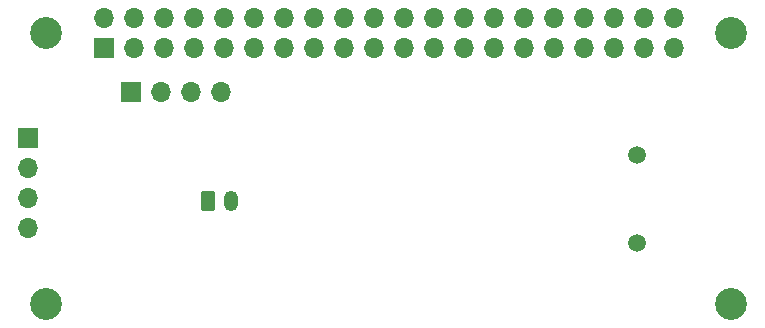
<source format=gbs>
G04 #@! TF.GenerationSoftware,KiCad,Pcbnew,7.0.7*
G04 #@! TF.CreationDate,2023-12-10T12:53:02-04:00*
G04 #@! TF.ProjectId,pi zero hat,7069207a-6572-46f2-9068-61742e6b6963,rev?*
G04 #@! TF.SameCoordinates,Original*
G04 #@! TF.FileFunction,Soldermask,Bot*
G04 #@! TF.FilePolarity,Negative*
%FSLAX46Y46*%
G04 Gerber Fmt 4.6, Leading zero omitted, Abs format (unit mm)*
G04 Created by KiCad (PCBNEW 7.0.7) date 2023-12-10 12:53:02*
%MOMM*%
%LPD*%
G01*
G04 APERTURE LIST*
G04 Aperture macros list*
%AMRoundRect*
0 Rectangle with rounded corners*
0 $1 Rounding radius*
0 $2 $3 $4 $5 $6 $7 $8 $9 X,Y pos of 4 corners*
0 Add a 4 corners polygon primitive as box body*
4,1,4,$2,$3,$4,$5,$6,$7,$8,$9,$2,$3,0*
0 Add four circle primitives for the rounded corners*
1,1,$1+$1,$2,$3*
1,1,$1+$1,$4,$5*
1,1,$1+$1,$6,$7*
1,1,$1+$1,$8,$9*
0 Add four rect primitives between the rounded corners*
20,1,$1+$1,$2,$3,$4,$5,0*
20,1,$1+$1,$4,$5,$6,$7,0*
20,1,$1+$1,$6,$7,$8,$9,0*
20,1,$1+$1,$8,$9,$2,$3,0*%
G04 Aperture macros list end*
%ADD10C,2.700000*%
%ADD11RoundRect,0.250000X-0.350000X-0.625000X0.350000X-0.625000X0.350000X0.625000X-0.350000X0.625000X0*%
%ADD12O,1.200000X1.750000*%
%ADD13C,1.500000*%
%ADD14R,1.700000X1.700000*%
%ADD15O,1.700000X1.700000*%
G04 APERTURE END LIST*
D10*
X161500000Y-96500000D03*
X161500000Y-73500000D03*
X103500000Y-73500000D03*
X103500000Y-96500000D03*
D11*
X117200000Y-87750000D03*
D12*
X119200000Y-87750000D03*
D13*
X153500000Y-91350000D03*
X153500000Y-83850000D03*
D14*
X108370000Y-74770000D03*
D15*
X108370000Y-72230000D03*
X110910000Y-74770000D03*
X110910000Y-72230000D03*
X113450000Y-74770000D03*
X113450000Y-72230000D03*
X115990000Y-74770000D03*
X115990000Y-72230000D03*
X118530000Y-74770000D03*
X118530000Y-72230000D03*
X121070000Y-74770000D03*
X121070000Y-72230000D03*
X123610000Y-74770000D03*
X123610000Y-72230000D03*
X126150000Y-74770000D03*
X126150000Y-72230000D03*
X128690000Y-74770000D03*
X128690000Y-72230000D03*
X131230000Y-74770000D03*
X131230000Y-72230000D03*
X133770000Y-74770000D03*
X133770000Y-72230000D03*
X136310000Y-74770000D03*
X136310000Y-72230000D03*
X138850000Y-74770000D03*
X138850000Y-72230000D03*
X141390000Y-74770000D03*
X141390000Y-72230000D03*
X143930000Y-74770000D03*
X143930000Y-72230000D03*
X146470000Y-74770000D03*
X146470000Y-72230000D03*
X149010000Y-74770000D03*
X149010000Y-72230000D03*
X151550000Y-74770000D03*
X151550000Y-72230000D03*
X154090000Y-74770000D03*
X154090000Y-72230000D03*
X156630000Y-74770000D03*
X156630000Y-72230000D03*
D14*
X110700000Y-78500000D03*
D15*
X113240000Y-78500000D03*
X115780000Y-78500000D03*
X118320000Y-78500000D03*
D14*
X102000000Y-82450000D03*
D15*
X102000000Y-84990000D03*
X102000000Y-87530000D03*
X102000000Y-90070000D03*
M02*

</source>
